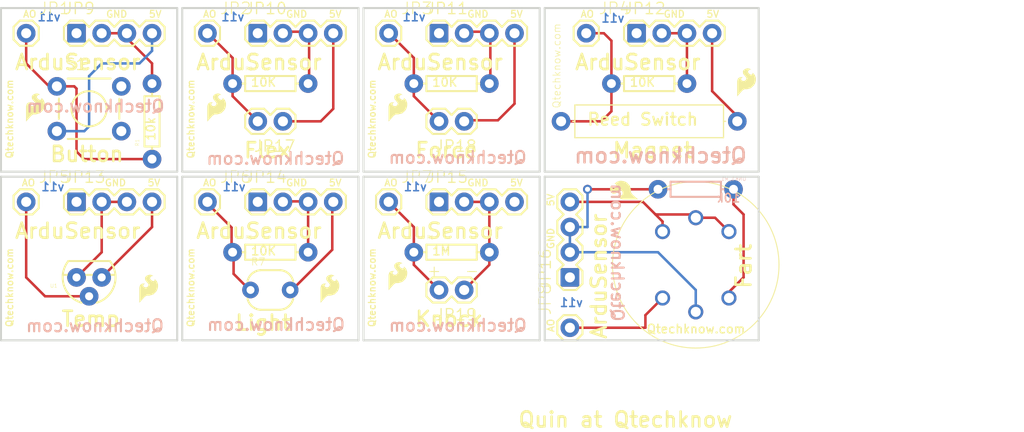
<source format=kicad_pcb>
(kicad_pcb (version 20211014) (generator pcbnew)
  (layers (0 "F.Cu" signal) (1 "In1.Cu" signal) (2 "In2.Cu" signal) (31 "B.Cu" signal) (34 "B.Paste" user) (35 "F.Paste" user) (36 "B.SilkS" user "B.Silkscreen") (37 "F.SilkS" user "F.Silkscreen") (38 "B.Mask" user) (39 "F.Mask" user) (44 "Edge.Cuts" user))
  (net 0 "")
  (net 1 "1_N$1")
  (net 2 "1_N$2")
  (net 3 "1_N$4")
  (net 4 "1_N$3")
  (net 5 "2_1_N$1")
  (net 6 "2_1_N$2")
  (net 7 "2_1_N$3")
  (net 8 "2_2_N$1")
  (net 9 "2_2_N$2")
  (net 10 "2_2_N$3")
  (net 11 "2_3_N$1")
  (net 12 "2_3_N$2")
  (net 13 "2_3_N$3")
  (net 14 "2_4_N$1")
  (net 15 "2_4_N$2")
  (net 16 "2_5_N$2")
  (net 17 "2_5_N$3")
  (net 18 "2_5_N$1")
  (net 19 "2_6_N$1")
  (net 20 "2_6_N$2")
  (net 21 "2_6_N$3")
  (net 22 "2_7_N$1")
  (net 23 "2_7_N$2")
  (net 24 "2_7_N$3")
  (footprint "eagleBoard:AXIAL-0.3" (layer "F.Cu") (at 155.7401 95.8596)
    (fp_text reference "R3" (at -2.54 -1.27) (layer "F.SilkS") (effects (font (size 0.373888 0.373888) (thickness 0.032512)) (justify left bottom)))
    (fp_text value "10K" (at -2.032 0.381) (layer "F.SilkS") (effects (font (size 0.8636 0.8636) (thickness 0.1524)) (justify left bottom)))
    (pad "P$1" thru_hole circle (at -3.81 0) (size 1.8796 1.8796) (drill 0.9) (layers *.Cu *.Mask) (net 11 "2_3_N$1"))
    (pad "P$2" thru_hole circle (at 3.81 0) (size 1.8796 1.8796) (drill 0.9) (layers *.Cu *.Mask) (net 12 "2_3_N$2"))
  )
  (footprint "eagleBoard:1X04" (layer "F.Cu") (at 167.6781 115.4176 90)
    (fp_text reference "JP16" (at -1.3462 -1.8288 90) (layer "F.SilkS") (effects (font (size 1.143 1.143) (thickness 0.127)) (justify left bottom)))
    (fp_text value "")
    (pad "1" thru_hole rect (at 0 0 180) (size 1.8796 1.8796) (drill 1.016) (layers *.Cu *.Mask))
    (pad "2" thru_hole circle (at 2.54 0 180) (size 1.8796 1.8796) (drill 1.016) (layers *.Cu *.Mask) (net 4 "1_N$3"))
    (pad "3" thru_hole circle (at 5.08 0 180) (size 1.8796 1.8796) (drill 1.016) (layers *.Cu *.Mask) (net 4 "1_N$3"))
    (pad "4" thru_hole circle (at 7.62 0 180) (size 1.8796 1.8796) (drill 1.016) (layers *.Cu *.Mask) (net 2 "1_N$2"))
  )
  (footprint "eagleBoard:REED_SWITCH_PLASTIC" (layer "F.Cu") (at 175.6791 99.6696)
    (fp_text reference "S2" hide)
    (fp_text value "SWITCH-MOMENTARY-2PTH_REED2" hide)
    (pad "P$1" thru_hole circle (at -8.89 0) (size 1.8796 1.8796) (drill 1.016) (layers *.Cu *.Mask) (net 19 "2_6_N$1"))
    (pad "P$2" thru_hole circle (at 8.89 0) (size 1.8796 1.8796) (drill 1.016) (layers *.Cu *.Mask) (net 21 "2_6_N$3"))
  )
  (footprint "eagleBoard:SFE-LOGO-FLAME" (layer "F.Cu") (at 142.5321 117.9576)
    (fp_text reference "LOGO7" hide)
    (fp_text value "LOGO-SFESK" hide)
  )
  (footprint "eagleBoard:AXIAL-0.3" (layer "F.Cu") (at 137.4521 112.8776)
    (fp_text reference "R5" (at -2.54 -1.27) (layer "F.SilkS") (effects (font (size 0.373888 0.373888) (thickness 0.032512)) (justify left bottom)))
    (fp_text value "10K" (at -2.032 0.381) (layer "F.SilkS") (effects (font (size 0.8636 0.8636) (thickness 0.1524)) (justify left bottom)))
    (pad "P$1" thru_hole circle (at -3.81 0) (size 1.8796 1.8796) (drill 0.9) (layers *.Cu *.Mask) (net 18 "2_5_N$1"))
    (pad "P$2" thru_hole circle (at 3.81 0) (size 1.8796 1.8796) (drill 0.9) (layers *.Cu *.Mask) (net 16 "2_5_N$2"))
  )
  (footprint "eagleBoard:TACTILE-PTH" (layer "F.Cu") (at 119.1641 98.3996)
    (fp_text reference "S1" (at -2.54 -3.81) (layer "F.SilkS") (effects (font (size 1.143 1.143) (thickness 0.127)) (justify left bottom)))
    (fp_text value "SWITCH-MOMENTARY-2PTH" hide)
    (pad "1" thru_hole circle (at -3.2512 -2.2606) (size 1.8796 1.8796) (drill 1.016) (layers *.Cu *.Mask) (net 5 "2_1_N$1"))
    (pad "2" thru_hole circle (at 3.2512 -2.2606) (size 1.8796 1.8796) (drill 1.016) (layers *.Cu *.Mask))
    (pad "3" thru_hole circle (at -3.2512 2.2606) (size 1.8796 1.8796) (drill 1.016) (layers *.Cu *.Mask) (net 7 "2_1_N$3"))
    (pad "4" thru_hole circle (at 3.2512 2.2606) (size 1.8796 1.8796) (drill 1.016) (layers *.Cu *.Mask))
  )
  (footprint "eagleBoard:SFE-LOGO-FLAME" (layer "F.Cu") (at 149.3901 116.6876)
    (fp_text reference "LOGO4" hide)
    (fp_text value "LOGO-SFESK" hide)
  )
  (footprint "eagleBoard:AXIAL-0.3" (layer "F.Cu") (at 155.7401 112.8776)
    (fp_text reference "R6" (at -2.54 -1.27) (layer "F.SilkS") (effects (font (size 0.373888 0.373888) (thickness 0.032512)) (justify left bottom)))
    (fp_text value "1M" (at -2.032 0.381) (layer "F.SilkS") (effects (font (size 0.8636 0.8636) (thickness 0.1524)) (justify left bottom)))
    (pad "P$1" thru_hole circle (at -3.81 0) (size 1.8796 1.8796) (drill 0.9) (layers *.Cu *.Mask) (net 14 "2_4_N$1"))
    (pad "P$2" thru_hole circle (at 3.81 0) (size 1.8796 1.8796) (drill 0.9) (layers *.Cu *.Mask) (net 15 "2_4_N$2"))
  )
  (footprint "eagleBoard:SFE-LOGO-FLAME" (layer "F.Cu") (at 149.3901 99.6696)
    (fp_text reference "LOGO5" hide)
    (fp_text value "LOGO-SFESK" hide)
  )
  (footprint "eagleBoard:1X04" (layer "F.Cu") (at 154.4701 90.7796)
    (fp_text reference "JP11" (at -1.3462 -1.8288) (layer "F.SilkS") (effects (font (size 1.143 1.143) (thickness 0.127)) (justify left bottom)))
    (fp_text value "")
    (pad "1" thru_hole rect (at 0 0 90) (size 1.8796 1.8796) (drill 1.016) (layers *.Cu *.Mask))
    (pad "2" thru_hole circle (at 2.54 0 90) (size 1.8796 1.8796) (drill 1.016) (layers *.Cu *.Mask) (net 12 "2_3_N$2"))
    (pad "3" thru_hole circle (at 5.08 0 90) (size 1.8796 1.8796) (drill 1.016) (layers *.Cu *.Mask) (net 12 "2_3_N$2"))
    (pad "4" thru_hole circle (at 7.62 0 90) (size 1.8796 1.8796) (drill 1.016) (layers *.Cu *.Mask) (net 13 "2_3_N$3"))
  )
  (footprint "eagleBoard:SFE-LOGO-FLAME" (layer "F.Cu") (at 184.5691 97.1296)
    (fp_text reference "LOGO3" hide)
    (fp_text value "LOGO-SFESK" hide)
  )
  (footprint "eagleBoard:1X01" (layer "F.Cu") (at 131.1021 107.7976)
    (fp_text reference "JP6" (at 1.1938 -1.8288) (layer "F.SilkS") (effects (font (size 1.1684 1.1684) (thickness 0.1016)) (justify left bottom)))
    (fp_text value "M01PTH")
    (pad "1" thru_hole circle (at 0 0 90) (size 1.8796 1.8796) (drill 1.016) (layers *.Cu *.Mask) (net 18 "2_5_N$1"))
  )
  (footprint "eagleBoard:1X02" (layer "F.Cu") (at 138.7221 99.6696 180)
    (fp_text reference "JP17" (at -1.3462 -1.8288 180) (layer "F.SilkS") (effects (font (size 1.143 1.143) (thickness 0.127)) (justify right top)))
    (fp_text value "")
    (pad "1" thru_hole circle (at 0 0 270) (size 1.8796 1.8796) (drill 1.016) (layers *.Cu *.Mask) (net 10 "2_2_N$3"))
    (pad "2" thru_hole circle (at 2.54 0 270) (size 1.8796 1.8796) (drill 1.016) (layers *.Cu *.Mask) (net 8 "2_2_N$1"))
  )
  (footprint "eagleBoard:1X01" (layer "F.Cu") (at 167.6781 120.4976 90)
    (fp_text reference "JP8" (at 1.1938 -1.8288 90) (layer "F.SilkS") (effects (font (size 1.1684 1.1684) (thickness 0.1016)) (justify left bottom)))
    (fp_text value "")
    (pad "1" thru_hole circle (at 0 0 180) (size 1.8796 1.8796) (drill 1.016) (layers *.Cu *.Mask) (net 1 "1_N$1"))
  )
  (footprint "eagleBoard:1X04" (layer "F.Cu") (at 174.4091 90.7796)
    (fp_text reference "JP12" (at -1.3462 -1.8288) (layer "F.SilkS") (effects (font (size 1.143 1.143) (thickness 0.127)) (justify left bottom)))
    (fp_text value "")
    (pad "1" thru_hole rect (at 0 0 90) (size 1.8796 1.8796) (drill 1.016) (layers *.Cu *.Mask))
    (pad "2" thru_hole circle (at 2.54 0 90) (size 1.8796 1.8796) (drill 1.016) (layers *.Cu *.Mask) (net 20 "2_6_N$2"))
    (pad "3" thru_hole circle (at 5.08 0 90) (size 1.8796 1.8796) (drill 1.016) (layers *.Cu *.Mask) (net 20 "2_6_N$2"))
    (pad "4" thru_hole circle (at 7.62 0 90) (size 1.8796 1.8796) (drill 1.016) (layers *.Cu *.Mask) (net 21 "2_6_N$3"))
  )
  (footprint "eagleBoard:PHOTOCELL" (layer "F.Cu") (at 137.4521 116.6876)
    (fp_text reference "R7" (at -2 -2.4) (layer "F.SilkS") (effects (font (size 0.747776 0.747776) (thickness 0.065024)) (justify left bottom)))
    (fp_text value "PHOTOCELLPTH")
    (pad "1" thru_hole circle (at -2 0) (size 1.6764 1.6764) (drill 0.8) (layers *.Cu *.Mask) (net 18 "2_5_N$1"))
    (pad "2" thru_hole circle (at 2 0) (size 1.6764 1.6764) (drill 0.8) (layers *.Cu *.Mask) (net 17 "2_5_N$3"))
  )
  (footprint "eagleBoard:1X04" (layer "F.Cu") (at 136.1821 90.7796)
    (fp_text reference "JP10" (at -1.3462 -1.8288) (layer "F.SilkS") (effects (font (size 1.143 1.143) (thickness 0.127)) (justify left bottom)))
    (fp_text value "")
    (pad "1" thru_hole rect (at 0 0 90) (size 1.8796 1.8796) (drill 1.016) (layers *.Cu *.Mask))
    (pad "2" thru_hole circle (at 2.54 0 90) (size 1.8796 1.8796) (drill 1.016) (layers *.Cu *.Mask) (net 9 "2_2_N$2"))
    (pad "3" thru_hole circle (at 5.08 0 90) (size 1.8796 1.8796) (drill 1.016) (layers *.Cu *.Mask) (net 9 "2_2_N$2"))
    (pad "4" thru_hole circle (at 7.62 0 90) (size 1.8796 1.8796) (drill 1.016) (layers *.Cu *.Mask) (net 10 "2_2_N$3"))
  )
  (footprint "eagleBoard:1X01" (layer "F.Cu") (at 131.1021 90.7796)
    (fp_text reference "JP2" (at 1.1938 -1.8288) (layer "F.SilkS") (effects (font (size 1.1684 1.1684) (thickness 0.1016)) (justify left bottom)))
    (fp_text value "M01PTH")
    (pad "1" thru_hole circle (at 0 0 90) (size 1.8796 1.8796) (drill 1.016) (layers *.Cu *.Mask) (net 8 "2_2_N$1"))
  )
  (footprint "eagleBoard:CREATIVE_COMMONS" (layer "F.Cu") (at 130.5941 130.6576)
    (fp_text reference "FRAME1" hide)
    (fp_text value "FRAME-LETTER" hide)
  )
  (footprint "eagleBoard:1X01" (layer "F.Cu") (at 169.3291 90.7796)
    (fp_text reference "JP4" (at 1.1938 -1.8288) (layer "F.SilkS") (effects (font (size 1.1684 1.1684) (thickness 0.1016)) (justify left bottom)))
    (fp_text value "M01PTH")
    (pad "1" thru_hole circle (at 0 0 90) (size 1.8796 1.8796) (drill 1.016) (layers *.Cu *.Mask) (net 19 "2_6_N$1"))
  )
  (footprint "eagleBoard:1X04" (layer "F.Cu") (at 136.1821 107.7976)
    (fp_text reference "JP14" (at -1.3462 -1.8288) (layer "F.SilkS") (effects (font (size 1.143 1.143) (thickness 0.127)) (justify left bottom)))
    (fp_text value "")
    (pad "1" thru_hole rect (at 0 0 90) (size 1.8796 1.8796) (drill 1.016) (layers *.Cu *.Mask))
    (pad "2" thru_hole circle (at 2.54 0 90) (size 1.8796 1.8796) (drill 1.016) (layers *.Cu *.Mask) (net 16 "2_5_N$2"))
    (pad "3" thru_hole circle (at 5.08 0 90) (size 1.8796 1.8796) (drill 1.016) (layers *.Cu *.Mask) (net 16 "2_5_N$2"))
    (pad "4" thru_hole circle (at 7.62 0 90) (size 1.8796 1.8796) (drill 1.016) (layers *.Cu *.Mask) (net 17 "2_5_N$3"))
  )
  (footprint "eagleBoard:SFE-LOGO-FLAME" (layer "F.Cu") (at 112.8141 99.6696)
    (fp_text reference "LOGO1" hide)
    (fp_text value "LOGO-SFESK" hide)
  )
  (footprint "eagleBoard:1X01" (layer "F.Cu") (at 149.3901 107.7976)
    (fp_text reference "JP7" (at 1.1938 -1.8288) (layer "F.SilkS") (effects (font (size 1.1684 1.1684) (thickness 0.1016)) (justify left bottom)))
    (fp_text value "M01PTH")
    (pad "1" thru_hole circle (at 0 0 90) (size 1.8796 1.8796) (drill 1.016) (layers *.Cu *.Mask) (net 14 "2_4_N$1"))
  )
  (footprint "eagleBoard:SFE-LOGO-FLAME" (layer "F.Cu") (at 131.1021 99.6696)
    (fp_text reference "LOGO6" hide)
    (fp_text value "LOGO-SFESK" hide)
  )
  (footprint "eagleBoard:1X04" (layer "F.Cu") (at 154.4701 107.7976)
    (fp_text reference "JP15" (at -1.3462 -1.8288) (layer "F.SilkS") (effects (font (size 1.143 1.143) (thickness 0.127)) (justify left bottom)))
    (fp_text value "")
    (pad "1" thru_hole rect (at 0 0 90) (size 1.8796 1.8796) (drill 1.016) (layers *.Cu *.Mask))
    (pad "2" thru_hole circle (at 2.54 0 90) (size 1.8796 1.8796) (drill 1.016) (layers *.Cu *.Mask) (net 15 "2_4_N$2"))
    (pad "3" thru_hole circle (at 5.08 0 90) (size 1.8796 1.8796) (drill 1.016) (layers *.Cu *.Mask) (net 15 "2_4_N$2"))
    (pad "4" thru_hole circle (at 7.62 0 90) (size 1.8796 1.8796) (drill 1.016) (layers *.Cu *.Mask))
  )
  (footprint "eagleBoard:1X02" (layer "F.Cu") (at 157.0101 116.6876 180)
    (fp_text reference "JP19" (at -1.3462 -1.8288 180) (layer "F.SilkS") (effects (font (size 1.143 1.143) (thickness 0.127)) (justify right top)))
    (fp_text value "")
    (pad "1" thru_hole circle (at 0 0 270) (size 1.8796 1.8796) (drill 1.016) (layers *.Cu *.Mask) (net 15 "2_4_N$2"))
    (pad "2" thru_hole circle (at 2.54 0 270) (size 1.8796 1.8796) (drill 1.016) (layers *.Cu *.Mask) (net 14 "2_4_N$1"))
  )
  (footprint "eagleBoard:SFE-LOGO-FLAME" (layer "F.Cu") (at 124.2441 117.9576)
    (fp_text reference "LOGO8" hide)
    (fp_text value "LOGO-SFESK" hide)
  )
  (footprint "eagleBoard:AXIAL-0.3" (layer "F.Cu") (at 125.5141 99.6696 90)
    (fp_text reference "R1" (at -2.54 -1.27 90) (layer "F.SilkS") (effects (font (size 0.373888 0.373888) (thickness 0.032512)) (justify left bottom)))
    (fp_text value "10k" (at -2.032 0.381 90) (layer "F.SilkS") (effects (font (size 0.8636 0.8636) (thickness 0.1524)) (justify left bottom)))
    (pad "P$1" thru_hole circle (at -3.81 0 90) (size 1.8796 1.8796) (drill 0.9) (layers *.Cu *.Mask) (net 5 "2_1_N$1"))
    (pad "P$2" thru_hole circle (at 3.81 0 90) (size 1.8796 1.8796) (drill 0.9) (layers *.Cu *.Mask) (net 6 "2_1_N$2"))
  )
  (footprint "eagleBoard:1X01" (layer "F.Cu") (at 112.8141 90.7796)
    (fp_text reference "JP1" (at 1.1938 -1.8288) (layer "F.SilkS") (effects (font (size 1.1684 1.1684) (thickness 0.1016)) (justify left bottom)))
    (fp_text value "M01PTH")
    (pad "1" thru_hole circle (at 0 0 90) (size 1.8796 1.8796) (drill 1.016) (layers *.Cu *.Mask) (net 5 "2_1_N$1"))
  )
  (footprint "eagleBoard:AXIAL-0.3" (layer "F.Cu") (at 175.6791 95.8596)
    (fp_text reference "R4" (at -2.54 -1.27) (layer "F.SilkS") (effects (font (size 0.373888 0.373888) (thickness 0.032512)) (justify left bottom)))
    (fp_text value "10K" (at -2.032 0.381) (layer "F.SilkS") (effects (font (size 0.8636 0.8636) (thickness 0.1524)) (justify left bottom)))
    (pad "P$1" thru_hole circle (at -3.81 0) (size 1.8796 1.8796) (drill 0.9) (layers *.Cu *.Mask) (net 19 "2_6_N$1"))
    (pad "P$2" thru_hole circle (at 3.81 0) (size 1.8796 1.8796) (drill 0.9) (layers *.Cu *.Mask) (net 20 "2_6_N$2"))
  )
  (footprint "eagleBoard:SFE-LOGO-FLAME" (layer "F.Cu") (at 174.5361 107.5436 90)
    (fp_text reference "LOGO2" hide)
    (fp_text value "LOGO-SFESK" hide)
  )
  (footprint "eagleBoard:MQ-3" (layer "F.Cu") (at 180.3781 114.1476 90)
    (fp_text reference "U2" hide)
    (fp_text value "METHANE_SENSOR" hide)
    (pad "" np_thru_hole circle (at 0 0 90) (size 3 3) (drill 3) (layers *.Cu *.Mask))
    (pad "A1" thru_hole circle (at -3.35 -3.35 90) (size 1.524 1.524) (drill 1.016) (layers *.Cu *.Mask) (net 1 "1_N$1"))
    (pad "A2" thru_hole circle (at -3.35 3.35 90) (size 1.524 1.524) (drill 1.016) (layers *.Cu *.Mask) (net 3 "1_N$4"))
    (pad "B1" thru_hole circle (at 3.35 -3.35 90) (size 1.524 1.524) (drill 1.016) (layers *.Cu *.Mask) (net 2 "1_N$2"))
    (pad "B2" thru_hole circle (at 3.35 3.35 90) (size 1.524 1.524) (drill 1.016) (layers *.Cu *.Mask) (net 2 "1_N$2"))
    (pad "HA" thru_hole circle (at -4.75 0 90) (size 1.524 1.524) (drill 1.016) (layers *.Cu *.Mask) (net 4 "1_N$3"))
    (pad "HB" thru_hole circle (at 4.75 0 90) (size 1.524 1.524) (drill 1.016) (layers *.Cu *.Mask) (net 2 "1_N$2"))
  )
  (footprint "eagleBoard:1X02" (layer "F.Cu") (at 157.0101 99.6696 180)
    (fp_text reference "JP18" (at -1.3462 -1.8288 180) (layer "F.SilkS") (effects (font (size 1.143 1.143) (thickness 0.127)) (justify right top)))
    (fp_text value "")
    (pad "1" thru_hole circle (at 0 0 270) (size 1.8796 1.8796) (drill 1.016) (layers *.Cu *.Mask) (net 13 "2_3_N$3"))
    (pad "2" thru_hole circle (at 2.54 0 270) (size 1.8796 1.8796) (drill 1.016) (layers *.Cu *.Mask) (net 11 "2_3_N$1"))
  )
  (footprint "eagleBoard:1X04" (layer "F.Cu") (at 117.8941 107.7976)
    (fp_text reference "JP13" (at -1.3462 -1.8288) (layer "F.SilkS") (effects (font (size 1.143 1.143) (thickness 0.127)) (justify left bottom)))
    (fp_text value "")
    (pad "1" thru_hole rect (at 0 0 90) (size 1.8796 1.8796) (drill 1.016) (layers *.Cu *.Mask))
    (pad "2" thru_hole circle (at 2.54 0 90) (size 1.8796 1.8796) (drill 1.016) (layers *.Cu *.Mask) (net 23 "2_7_N$2"))
    (pad "3" thru_hole circle (at 5.08 0 90) (size 1.8796 1.8796) (drill 1.016) (layers *.Cu *.Mask) (net 23 "2_7_N$2"))
    (pad "4" thru_hole circle (at 7.62 0 90) (size 1.8796 1.8796) (drill 1.016) (layers *.Cu *.Mask) (net 24 "2_7_N$3"))
  )
  (footprint "eagleBoard:1X01" (layer "F.Cu") (at 112.8141 107.7976)
    (fp_text reference "JP5" (at 1.1938 -1.8288) (layer "F.SilkS") (effects (font (size 1.1684 1.1684) (thickness 0.1016)) (justify left bottom)))
    (fp_text value "M01PTH")
    (pad "1" thru_hole circle (at 0 0 90) (size 1.8796 1.8796) (drill 1.016) (layers *.Cu *.Mask) (net 22 "2_7_N$1"))
  )
  (footprint "eagleBoard:AXIAL-0.3" (layer "F.Cu") (at 137.4521 95.8596)
    (fp_text reference "R2" (at -2.54 -1.27) (layer "F.SilkS") (effects (font (size 0.373888 0.373888) (thickness 0.032512)) (justify left bottom)))
    (fp_text value "10K" (at -2.032 0.381) (layer "F.SilkS") (effects (font (size 0.8636 0.8636) (thickness 0.1524)) (justify left bottom)))
    (pad "P$1" thru_hole circle (at -3.81 0) (size 1.8796 1.8796) (drill 0.9) (layers *.Cu *.Mask) (net 8 "2_2_N$1"))
    (pad "P$2" thru_hole circle (at 3.81 0) (size 1.8796 1.8796) (drill 0.9) (layers *.Cu *.Mask) (net 9 "2_2_N$2"))
  )
  (footprint "eagleBoard:1X01" (layer "F.Cu") (at 149.3901 90.7796)
    (fp_text reference "JP3" (at 1.1938 -1.8288) (layer "F.SilkS") (effects (font (size 1.1684 1.1684) (thickness 0.1016)) (justify left bottom)))
    (fp_text value "M01PTH")
    (pad "1" thru_hole circle (at 0 0 90) (size 1.8796 1.8796) (drill 1.016) (layers *.Cu *.Mask) (net 11 "2_3_N$1"))
  )
  (footprint "eagleBoard:1X04" (layer "F.Cu") (at 117.8941 90.7796)
    (fp_text reference "JP9" (at -1.3462 -1.8288) (layer "F.SilkS") (effects (font (size 1.143 1.143) (thickness 0.127)) (justify left bottom)))
    (fp_text value "")
    (pad "1" thru_hole rect (at 0 0 90) (size 1.8796 1.8796) (drill 1.016) (layers *.Cu *.Mask))
    (pad "2" thru_hole circle (at 2.54 0 90) (size 1.8796 1.8796) (drill 1.016) (layers *.Cu *.Mask) (net 6 "2_1_N$2"))
    (pad "3" thru_hole circle (at 5.08 0 90) (size 1.8796 1.8796) (drill 1.016) (layers *.Cu *.Mask) (net 6 "2_1_N$2"))
    (pad "4" thru_hole circle (at 7.62 0 90) (size 1.8796 1.8796) (drill 1.016) (layers *.Cu *.Mask) (net 7 "2_1_N$3"))
  )
  (footprint "eagleBoard:TO-92" (layer "F.Cu") (at 119.1641 115.4176 180)
    (fp_text reference "U1" (at 3.175 -0.635 180) (layer "F.SilkS") (effects (font (size 0.36576 0.36576) (thickness 0.04064)) (justify right top)))
    (fp_text value "")
    (pad "1" thru_hole circle (at -1.27 0 180) (size 1.8796 1.8796) (drill 0.8128) (layers *.Cu *.Mask) (net 24 "2_7_N$3"))
    (pad "2" thru_hole circle (at 0 -1.905 180) (size 1.8796 1.8796) (drill 0.8128) (layers *.Cu *.Mask) (net 22 "2_7_N$1"))
    (pad "3" thru_hole circle (at 1.27 0 180) (size 1.8796 1.8796) (drill 0.8128) (layers *.Cu *.Mask) (net 23 "2_7_N$2"))
  )
  (footprint "eagleBoard:AXIAL-0.3" (layer "B.Cu") (at 180.3781 106.5276 180)
    (fp_text reference "UNK1_R1" (at -2.54 1.27) (layer "B.SilkS") (effects (font (size 0.373888 0.373888) (thickness 0.032512)) (justify right top mirror)))
    (fp_text value "10k" (at -2.032 -0.381) (layer "B.SilkS") (effects (font (size 0.8636 0.8636) (thickness 0.1524)) (justify right top mirror)))
    (pad "P$1" thru_hole circle (at -3.81 0 180) (size 1.8796 1.8796) (drill 0.9) (layers *.Cu *.Mask) (net 3 "1_N$4"))
    (pad "P$2" thru_hole circle (at 3.81 0 180) (size 1.8796 1.8796) (drill 0.9) (layers *.Cu *.Mask) (net 4 "1_N$3"))
  )
  (gr_line (start 165.1381 121.7676) (end 165.1381 105.2576) (layer "Edge.Cuts") (width 0.2032))
  (gr_line (start 186.7281 104.7496) (end 186.7281 88.2396) (layer "Edge.Cuts") (width 0.2032))
  (gr_line (start 146.3421 88.2396) (end 146.3421 104.7496) (layer "Edge.Cuts") (width 0.2032))
  (gr_line (start 165.1381 88.2396) (end 165.1381 104.7496) (layer "Edge.Cuts") (width 0.2032))
  (gr_line (start 128.5621 88.2396) (end 128.5621 104.7496) (layer "Edge.Cuts") (width 0.2032))
  (gr_line (start 110.2741 88.2396) (end 110.2741 104.7496) (layer "Edge.Cuts") (width 0.2032))
  (gr_line (start 164.6301 88.2396) (end 146.8501 88.2396) (layer "Edge.Cuts") (width 0.2032))
  (gr_line (start 165.1381 104.7496) (end 186.7281 104.7496) (layer "Edge.Cuts") (width 0.2032))
  (gr_line (start 146.8501 121.7676) (end 164.6301 121.7676) (layer "Edge.Cuts") (width 0.2032))
  (gr_line (start 146.8501 121.7676) (end 146.8501 105.2576) (layer "Edge.Cuts") (width 0.2032))
  (gr_line (start 186.7281 105.2576) (end 186.7281 121.7676) (layer "Edge.Cuts") (width 0.2032))
  (gr_line (start 186.7281 88.2396) (end 165.1381 88.2396) (layer "Edge.Cuts") (width 0.2032))
  (gr_line (start 128.5621 121.7676) (end 128.5621 105.2576) (layer "Edge.Cuts") (width 0.2032))
  (gr_line (start 146.3421 105.2576) (end 146.3421 121.7676) (layer "Edge.Cuts") (width 0.2032))
  (gr_line (start 128.0541 88.2396) (end 110.2741 88.2396) (layer "Edge.Cuts") (width 0.2032))
  (gr_line (start 165.1381 105.2576) (end 186.7281 105.2576) (layer "Edge.Cuts") (width 0.2032))
  (gr_line (start 128.0541 105.2576) (end 128.0541 121.7676) (layer "Edge.Cuts") (width 0.2032))
  (gr_line (start 186.7281 121.7676) (end 165.1381 121.7676) (layer "Edge.Cuts") (width 0.2032))
  (gr_line (start 128.0541 88.2396) (end 128.0541 104.7496) (layer "Edge.Cuts") (width 0.2032))
  (gr_line (start 146.8501 104.7496) (end 164.6301 104.7496) (layer "Edge.Cuts") (width 0.2032))
  (gr_line (start 128.5621 105.2576) (end 146.3421 105.2576) (layer "Edge.Cuts") (width 0.2032))
  (gr_line (start 164.6301 105.2576) (end 164.6301 121.7676) (layer "Edge.Cuts") (width 0.2032))
  (gr_line (start 128.0541 104.7496) (end 110.2741 104.7496) (layer "Edge.Cuts") (width 0.2032))
  (gr_line (start 146.8501 104.7496) (end 146.8501 88.2396) (layer "Edge.Cuts") (width 0.2032))
  (gr_line (start 110.2741 105.2576) (end 110.2741 121.7676) (layer "Edge.Cuts") (width 0.2032))
  (gr_line (start 146.8501 105.2576) (end 164.6301 105.2576) (layer "Edge.Cuts") (width 0.2032))
  (gr_line (start 146.3421 104.7496) (end 128.5621 104.7496) (layer "Edge.Cuts") (width 0.2032))
  (gr_line (start 110.2741 121.7676) (end 128.0541 121.7676) (layer "Edge.Cuts") (width 0.2032))
  (gr_line (start 128.5621 121.7676) (end 146.3421 121.7676) (layer "Edge.Cuts") (width 0.2032))
  (gr_line (start 110.2741 105.2576) (end 128.0541 105.2576) (layer "Edge.Cuts") (width 0.2032))
  (gr_line (start 164.6301 88.2396) (end 164.6301 104.7496) (layer "Edge.Cuts") (width 0.2032))
  (gr_line (start 146.3421 88.2396) (end 128.5621 88.2396) (layer "Edge.Cuts") (width 0.2032))
  (gr_text "v11" (at 116.7511 106.7816) (layer "B.Cu") (effects (font (size 0.8636 0.8636) (thickness 0.1524)) (justify left bottom mirror)))
  (gr_text "v11" (at 169.0751 118.4656) (layer "B.Cu") (effects (font (size 0.8636 0.8636) (thickness 0.1524)) (justify left bottom mirror)))
  (gr_text "v11" (at 134.9121 89.6366) (layer "B.Cu") (effects (font (size 0.8636 0.8636) (thickness 0.1524)) (justify left bottom mirror)))
  (gr_text "v11" (at 173.2661 89.7636) (layer "B.Cu") (effects (font (size 0.8636 0.8636) (thickness 0.1524)) (justify left bottom mirror)))
  (gr_text "v11" (at 135.0391 106.7816) (layer "B.Cu") (effects (font (size 0.8636 0.8636) (thickness 0.1524)) (justify left bottom mirror)))
  (gr_text "v11" (at 116.3701 89.6366) (layer "B.Cu") (effects (font (size 0.8636 0.8636) (thickness 0.1524)) (justify left bottom mirror)))
  (gr_text "v11" (at 153.2001 89.6366) (layer "B.Cu") (effects (font (size 0.8636 0.8636) (thickness 0.1524)) (justify left bottom mirror)))
  (gr_text "v11" (at 153.3271 106.7816) (layer "B.Cu") (effects (font (size 0.8636 0.8636) (thickness 0.1524)) (justify left bottom mirror)))
  (gr_text "Qtechknow.com" (at 185.666162 104.006291) (layer "B.SilkS") (effects (font (size 1.5113 1.5113) (thickness 0.2667)) (justify left bottom mirror)))
  (gr_text "Qtechknow.com" (at 145.043981 104.127713) (layer "B.SilkS") (effects (font (size 1.20904 1.20904) (thickness 0.21336)) (justify left bottom mirror)))
  (gr_text "Qtechknow.com" (at 126.888131 98.853447) (layer "B.SilkS") (effects (font (size 1.20904 1.20904) (thickness 0.21336)) (justify left bottom mirror)))
  (gr_text "Qtechknow.com" (at 163.443328 120.966791) (layer "B.SilkS") (effects (font (size 1.20904 1.20904) (thickness 0.21336)) (justify left bottom mirror)))
  (gr_text "Qtechknow.com" (at 163.427675 104.023869) (layer "B.SilkS") (effects (font (size 1.20904 1.20904) (thickness 0.21336)) (justify left bottom mirror)))
  (gr_text "Qtechknow.com" (at 173.161306 105.826622 -90) (layer "B.SilkS") (effects (font (size 1.20904 1.20904) (thickness 0.21336)) (justify right top mirror)))
  (gr_text "Qtechknow.com" (at 145.096743 120.884444) (layer "B.SilkS") (effects (font (size 1.20904 1.20904) (thickness 0.21336)) (justify left bottom mirror)))
  (gr_text "Qtechknow.com" (at 126.828515 121.010563) (layer "B.SilkS") (effects (font (size 1.20904 1.20904) (thickness 0.21336)) (justify left bottom mirror)))
  (gr_text "Magnet" (at 171.8691 103.4796) (layer "F.SilkS") (effects (font (size 1.5113 1.5113) (thickness 0.2667)) (justify left bottom)))
  (gr_text "ArduSensor" (at 111.5441 94.5896) (layer "F.SilkS") (effects (font (size 1.5113 1.5113) (thickness 0.2667)) (justify left bottom)))
  (gr_text "GND" (at 120.6881 106.2736) (layer "F.SilkS") (effects (font (size 0.69088 0.69088) (thickness 0.12192)) (justify left bottom)))
  (gr_text "Button" (at 115.1001 103.8606) (layer "F.SilkS") (effects (font (size 1.5113 1.5113) (thickness 0.2667)) (justify left bottom)))
  (gr_text "ArduSensor" (at 111.5441 111.6076) (layer "F.SilkS") (effects (font (size 1.5113 1.5113) (thickness 0.2667)) (justify left bottom)))
  (gr_text "GND" (at 120.8151 89.2556) (layer "F.SilkS") (effects (font (size 0.69088 0.69088) (thickness 0.12192)) (justify left bottom)))
  (gr_text "Qtechknow.com" (at 148.1201 120.4976 90) (layer "F.SilkS") (effects (font (size 0.69088 0.69088) (thickness 0.12192)) (justify left bottom)))
  (gr_text "5V" (at 161.5821 89.2556) (layer "F.SilkS") (effects (font (size 0.69088 0.69088) (thickness 0.12192)) (justify left bottom)))
  (gr_text "5V" (at 143.2941 89.2556) (layer "F.SilkS") (effects (font (size 0.69088 0.69088) (thickness 0.12192)) (justify left bottom)))
  (gr_text "GND" (at 157.2641 106.2736) (layer "F.SilkS") (effects (font (size 0.69088 0.69088) (thickness 0.12192)) (justify left bottom)))
  (gr_text "ArduSensor" (at 129.8321 94.5896) (layer "F.SilkS") (effects (font (size 1.5113 1.5113) (thickness 0.2667)) (justify left bottom)))
  (gr_text "ArduSensor" (at 148.1201 111.6076) (layer "F.SilkS") (effects (font (size 1.5113 1.5113) (thickness 0.2667)) (justify left bottom)))
  (gr_text "5V" (at 125.0061 106.2736) (layer "F.SilkS") (effects (font (size 0.69088 0.69088) (thickness 0.12192)) (justify left bottom)))
  (gr_text "ArduSensor" (at 148.1201 94.5896) (layer "F.SilkS") (effects (font (size 1.5113 1.5113) (thickness 0.2667)) (justify left bottom)))
  (gr_text "AO" (at 168.6941 89.2556) (layer "F.SilkS") (effects (font (size 0.69088 0.69088) (thickness 0.12192)) (justify left bottom)))
  (gr_text "+" (at 153.2001 115.4176) (layer "F.SilkS") (effects (font (size 1.1684 1.1684) (thickness 0.1016)) (justify left bottom)))
  (gr_text "ArduSensor" (at 168.0591 94.5896) (layer "F.SilkS") (effects (font (size 1.5113 1.5113) (thickness 0.2667)) (justify left bottom)))
  (gr_text "Qtechknow.com" (at 111.5441 103.4796 90) (layer "F.SilkS") (effects (font (size 0.69088 0.69088) (thickness 0.12192)) (justify left bottom)))
  (gr_text "AO" (at 112.3061 106.2736) (layer "F.SilkS") (effects (font (size 0.69088 0.69088) (thickness 0.12192)) (justify left bottom)))
  (gr_text "Qtechknow.com" (at 111.5441 120.4976 90) (layer "F.SilkS") (effects (font (size 0.69088 0.69088) (thickness 0.12192)) (justify left bottom)))
  (gr_text "Reed Switch" (at 169.3291 100.1776) (layer "F.SilkS") (effects (font (size 1.20904 1.20904) (thickness 0.21336)) (justify left bottom)))
  (gr_text "5V" (at 161.5821 106.2736) (layer "F.SilkS") (effects (font (size 0.69088 0.69088) (thickness 0.12192)) (justify left bottom)))
  (gr_text "Qtechknow.com" (at 129.8321 103.4796 90) (layer "F.SilkS") (effects (font (size 0.69088 0.69088) (thickness 0.12192)) (justify left bottom)))
  (gr_text "GND" (at 138.9761 106.2736) (layer "F.SilkS") (effects (font (size 0.69088 0.69088) (thickness 0.12192)) (justify left bottom)))
  (gr_text "Fart" (at 186.0931 116.6876 90) (layer "F.SilkS") (effects (font (size 1.5113 1.5113) (thickness 0.2667)) (justify left bottom)))
  (gr_text "GND" (at 138.9761 89.2556) (layer "F.SilkS") (effects (font (size 0.69088 0.69088) (thickness 0.12192)) (justify left bottom)))
  (gr_text "AO" (at 148.8821 89.2556) (layer "F.SilkS") (effects (font (size 0.69088 0.69088) (thickness 0.12192)) (justify left bottom)))
  (gr_text "AO" (at 148.8821 106.2736) (layer "F.SilkS") (effects (font (size 0.69088 0.69088) (thickness 0.12192)) (justify left bottom)))
  (gr_text "AO" (at 112.4331 89.2556) (layer "F.SilkS") (effects (font (size 0.69088 0.69088) (thickness 0.12192)) (justify left bottom)))
  (gr_text "GND" (at 177.0761 89.2556) (layer "F.SilkS") (effects (font (size 0.69088 0.69088) (thickness 0.12192)) (justify left bottom)))
  (gr_text "ArduSensor" (at 171.4881 121.7676 90) (layer "F.SilkS") (effects (font (size 1.5113 1.5113) (thickness 0.2667)) (justify left bottom)))
  (gr_text "5V" (at 125.1331 89.2556) (layer "F.SilkS") (effects (font (size 0.69088 0.69088) (thickness 0.12192)) (justify left bottom)))
  (gr_text "5V" (at 143.2941 106.2736) (layer "F.SilkS") (effects (font (size 0.69088 0.69088) (thickness 0.12192)) (justify left bottom)))
  (gr_text "Quin at Qtechknow" (at 162.3441 130.6576) (layer "F.SilkS") (effects (font (size 1.5113 1.5113) (thickness 0.2667)) (justify left bottom)))
  (gr_text "Light" (at 133.7691 120.8786) (layer "F.SilkS") (effects (font (size 1.5113 1.5113) (thickness 0.2667)) (justify left bottom)))
  (gr_text "ArduSensor" (at 129.8321 111.6076) (layer "F.SilkS") (effects (font (size 1.5113 1.5113) (thickness 0.2667)) (justify left bottom)))
  (gr_text "Qtechknow.com" (at 185.4581 120.1166) (layer "F.SilkS") (effects (font (size 0.8636 0.8636) (thickness 0.1524)) (justify right top)))
  (gr_text "Qtechknow.com" (at 166.7891 98.3996 90) (layer "F.SilkS") (effects (font (size 0.747776 0.747776) (thickness 0.065024)) (justify left bottom)))
  (gr_text "Qtechknow.com" (at 148.1201 103.4796 90) (layer "F.SilkS") (effects (font (size 0.69088 0.69088) (thickness 0.12192)) (justify left bottom)))
  (gr_text "GND" (at 166.1541 112.6236 90) (layer "F.SilkS") (effects (font (size 0.69088 0.69088) (thickness 0.12192)) (justify left bottom)))
  (gr_text "Force" (at 151.9301 103.4796) (layer "F.SilkS") (effects (font (size 1.5113 1.5113) (thickness 0.2667)) (justify left bottom)))
  (gr_text "5V" (at 181.3941 89.2556) (layer "F.SilkS") (effects (font (size 0.69088 0.69088) (thickness 0.12192)) (justify left bottom)))
  (gr_text "Qtechknow.com" (at 129.8321 120.4976 90) (layer "F.SilkS") (effects (font (size 0.69088 0.69088) (thickness 0.12192)) (justify left bottom)))
  (gr_text "AO" (at 130.5941 106.2736) (layer "F.SilkS") (effects (font (size 0.69088 0.69088) (thickness 0.12192)) (justify left bottom)))
  (gr_text "AO" (at 166.1541 121.0056 90) (layer "F.SilkS") (effects (font (size 0.69088 0.69088) (thickness 0.12192)) (justify left bottom)))
  (gr_text "AO" (at 130.5941 89.2556) (layer "F.SilkS") (effects (font (size 0.69088 0.69088) (thickness 0.12192)) (justify left bottom)))
  (gr_text "5V" (at 166.1541 108.3056 90) (layer "F.SilkS") (effects (font (size 0.69088 0.69088) (thickness 0.12192)) (justify left bottom)))
  (gr_text "-" (at 157.0101 115.4176) (layer "F.SilkS") (effects (font (size 1.1684 1.1684) (thickness 0.1016)) (justify left bottom)))
  (gr_text "GND" (at 157.2641 89.2556) (layer "F.SilkS") (effects (font (size 0.69088 0.69088) (thickness 0.12192)) (justify left bottom)))
  (gr_text "Flex" (at 134.6581 103.4796) (layer "F.SilkS") (effects (font (size 1.5113 1.5113) (thickness 0.2667)) (justify left bottom)))
  (gr_text "Knock" (at 151.9301 120.4976) (layer "F.SilkS") (effects (font (size 1.5113 1.5113) (thickness 0.2667)) (justify left bottom)))
  (gr_text "Temp" (at 116.2431 120.4976) (layer "F.SilkS") (effects (font (size 1.5113 1.5113) (thickness 0.2667)) (justify left bottom)))
  (segment (start 175.2981 120.4976) (end 167.6781 120.4976) (width 0.254) (layer "F.Cu") (net 1))
  (segment (start 175.2981 120.4976) (end 175.2981 119.2276) (width 0.254) (layer "F.Cu") (net 1))
  (segment (start 175.2981 119.2276) (end 176.5681 117.9576) (width 0.254) (layer "F.Cu") (net 1))
  (segment (start 176.5681 117.9576) (end 177.0281 117.4976) (width 0.2032) (layer "F.Cu") (net 1))
  (segment (start 177.0281 110.7976) (end 177.0281 109.7816) (width 0.254) (layer "F.Cu") (net 2))
  (segment (start 167.6781 107.7976) (end 175.0441 107.7976) (width 0.254) (layer "F.Cu") (net 2))
  (segment (start 180.0481 109.0676) (end 180.3781 109.3976) (width 0.254) (layer "F.Cu") (net 2))
  (segment (start 177.0281 109.7816) (end 176.3141 109.0676) (width 0.254) (layer "F.Cu") (net 2))
  (segment (start 175.0441 107.7976) (end 176.3141 109.0676) (width 0.254) (layer "F.Cu") (net 2))
  (segment (start 180.3781 109.3976) (end 182.3281 109.3976) (width 0.254) (layer "F.Cu") (net 2))
  (segment (start 176.3141 109.0676) (end 180.0481 109.0676) (width 0.254) (layer "F.Cu") (net 2))
  (segment (start 182.3281 109.3976) (end 183.7281 110.7976) (width 0.254) (layer "F.Cu") (net 2))
  (segment (start 184.1881 108.0516) (end 185.2041 109.0676) (width 0.254) (layer "F.Cu") (net 3))
  (segment (start 184.1881 106.5276) (end 184.1881 108.0516) (width 0.254) (layer "F.Cu") (net 3))
  (segment (start 183.7281 116.8936) (end 185.2041 115.4176) (width 0.254) (layer "F.Cu") (net 3))
  (segment (start 185.2041 109.0676) (end 185.2041 115.4176) (width 0.254) (layer "F.Cu") (net 3))
  (segment (start 183.7281 117.4976) (end 183.7281 116.8936) (width 0.254) (layer "F.Cu") (net 3))
  (segment (start 176.5681 106.5276) (end 169.4561 106.5276) (width 0.254) (layer "F.Cu") (net 4))
  (via (at 169.4561 106.5276) (size 0.9144) (drill 0.508) (layers "F.Cu" "B.Cu") (net 4))
  (segment (start 180.3781 116.6876) (end 176.5681 112.8776) (width 0.254) (layer "B.Cu") (net 4))
  (segment (start 167.6781 110.3376) (end 167.6781 112.8776) (width 0.254) (layer "B.Cu") (net 4))
  (segment (start 169.4561 106.5276) (end 169.4561 110.3376) (width 0.254) (layer "B.Cu") (net 4))
  (segment (start 176.5681 112.8776) (end 167.6781 112.8776) (width 0.254) (layer "B.Cu") (net 4))
  (segment (start 169.4561 110.3376) (end 167.6781 110.3376) (width 0.254) (layer "B.Cu") (net 4))
  (segment (start 180.3781 118.8976) (end 180.3781 116.6876) (width 0.254) (layer "B.Cu") (net 4))
  (segment (start 125.5141 103.4796) (end 118.6561 103.4796) (width 0.254) (layer "F.Cu") (net 5))
  (segment (start 117.6655 96.139) (end 117.8941 96.3676) (width 0.254) (layer "F.Cu") (net 5))
  (segment (start 118.6561 103.4796) (end 117.8941 102.7176) (width 0.254) (layer "F.Cu") (net 5))
  (segment (start 117.8941 96.3676) (end 117.8941 102.7176) (width 0.254) (layer "F.Cu") (net 5))
  (segment (start 115.9129 96.139) (end 117.6655 96.139) (width 0.254) (layer "F.Cu") (net 5))
  (segment (start 112.8141 93.8276) (end 115.1255 96.139) (width 0.254) (layer "F.Cu") (net 5))
  (segment (start 115.9129 96.139) (end 115.1255 96.139) (width 0.254) (layer "F.Cu") (net 5))
  (segment (start 112.8141 90.7796) (end 112.8141 93.8276) (width 0.254) (layer "F.Cu") (net 5))
  (segment (start 125.5141 95.8596) (end 125.5141 93.8276) (width 0.254) (layer "F.Cu") (net 6))
  (segment (start 122.9741 91.2876) (end 125.5141 93.8276) (width 0.254) (layer "F.Cu") (net 6))
  (segment (start 122.9741 90.7796) (end 122.9741 91.2876) (width 0.254) (layer "F.Cu") (net 6))
  (segment (start 122.9741 90.7796) (end 120.4341 90.7796) (width 0.254) (layer "F.Cu") (net 6))
  (segment (start 120.4341 93.8276) (end 119.1641 95.0976) (width 0.254) (layer "B.Cu") (net 7))
  (segment (start 119.1641 95.0976) (end 119.1641 100.1776) (width 0.254) (layer "B.Cu") (net 7))
  (segment (start 118.6815 100.6602) (end 119.1641 100.1776) (width 0.254) (layer "B.Cu") (net 7))
  (segment (start 125.5141 92.5576) (end 124.2441 93.8276) (width 0.254) (layer "B.Cu") (net 7))
  (segment (start 115.9129 100.6602) (end 118.6815 100.6602) (width 0.254) (layer "B.Cu") (net 7))
  (segment (start 124.2441 93.8276) (end 120.4341 93.8276) (width 0.254) (layer "B.Cu") (net 7))
  (segment (start 125.5141 90.7796) (end 125.5141 92.5576) (width 0.254) (layer "B.Cu") (net 7))
  (segment (start 131.2037 90.8304) (end 131.1021 90.7796) (width 0.254) (layer "F.Cu") (net 8))
  (segment (start 133.6421 93.2688) (end 131.2037 90.8304) (width 0.254) (layer "F.Cu") (net 8))
  (segment (start 133.6421 95.8596) (end 133.6421 97.1296) (width 0.254) (layer "F.Cu") (net 8))
  (segment (start 133.6421 95.8596) (end 133.6421 93.2688) (width 0.254) (layer "F.Cu") (net 8))
  (segment (start 133.6421 97.1296) (end 136.1821 99.6696) (width 0.254) (layer "F.Cu") (net 8))
  (segment (start 141.3637 95.7072) (end 141.2621 95.8596) (width 0.254) (layer "F.Cu") (net 9))
  (segment (start 141.3637 90.8304) (end 141.2621 90.7796) (width 0.254) (layer "F.Cu") (net 9))
  (segment (start 138.7221 90.6272) (end 138.7221 90.7796) (width 0.254) (layer "F.Cu") (net 9))
  (segment (start 141.1605 90.6272) (end 141.2621 90.7796) (width 0.254) (layer "F.Cu") (net 9))
  (segment (start 141.1605 90.6272) (end 138.7221 90.6272) (width 0.254) (layer "F.Cu") (net 9))
  (segment (start 141.3637 90.8304) (end 141.3637 95.7072) (width 0.254) (layer "F.Cu") (net 9))
  (segment (start 143.8021 90.7796) (end 143.8021 98.3996) (width 0.254) (layer "F.Cu") (net 10))
  (segment (start 142.5321 99.6696) (end 143.8021 98.3996) (width 0.254) (layer "F.Cu") (net 10))
  (segment (start 138.7221 99.6696) (end 142.5321 99.6696) (width 0.254) (layer "F.Cu") (net 10))
  (segment (start 151.9301 93.2688) (end 149.4917 90.8304) (width 0.254) (layer "F.Cu") (net 11))
  (segment (start 151.9301 95.8596) (end 151.9301 93.2688) (width 0.254) (layer "F.Cu") (net 11))
  (segment (start 151.9301 97.1296) (end 154.4701 99.6696) (width 0.254) (layer "F.Cu") (net 11))
  (segment (start 151.9301 95.8596) (end 151.9301 97.1296) (width 0.254) (layer "F.Cu") (net 11))
  (segment (start 149.4917 90.8304) (end 149.3901 90.7796) (width 0.254) (layer "F.Cu") (net 11))
  (segment (start 159.4485 90.6272) (end 157.0101 90.6272) (width 0.254) (layer "F.Cu") (net 12))
  (segment (start 159.4485 90.6272) (end 159.5501 90.7796) (width 0.254) (layer "F.Cu") (net 12))
  (segment (start 159.6517 90.8304) (end 159.6517 95.7072) (width 0.254) (layer "F.Cu") (net 12))
  (segment (start 159.6517 90.8304) (end 159.5501 90.7796) (width 0.254) (layer "F.Cu") (net 12))
  (segment (start 159.6517 95.7072) (end 159.5501 95.8596) (width 0.254) (layer "F.Cu") (net 12))
  (segment (start 157.0101 90.6272) (end 157.0101 90.7796) (width 0.254) (layer "F.Cu") (net 12))
  (segment (start 157.0101 99.568) (end 157.0101 99.6696) (width 0.254) (layer "F.Cu") (net 13))
  (segment (start 162.0901 90.7796) (end 162.0901 97.8916) (width 0.254) (layer "F.Cu") (net 13))
  (segment (start 157.0101 99.568) (end 160.4137 99.568) (width 0.254) (layer "F.Cu") (net 13))
  (segment (start 162.0901 97.8916) (end 160.4137 99.568) (width 0.254) (layer "F.Cu") (net 13))
  (segment (start 151.9301 114.1476) (end 154.4701 116.6876) (width 0.254) (layer "F.Cu") (net 14))
  (segment (start 151.9301 112.8776) (end 151.9301 114.1476) (width 0.254) (layer "F.Cu") (net 14))
  (segment (start 151.9301 112.8776) (end 151.9301 110.3376) (width 0.254) (layer "F.Cu") (net 14))
  (segment (start 151.9301 110.3376) (end 149.3901 107.7976) (width 0.254) (layer "F.Cu") (net 14))
  (segment (start 159.5501 112.8776) (end 159.5501 114.1476) (width 0.254) (layer "F.Cu") (net 15))
  (segment (start 159.5501 114.1476) (end 157.0101 116.6876) (width 0.254) (layer "F.Cu") (net 15))
  (segment (start 159.5501 107.7976) (end 157.0101 107.7976) (width 0.254) (layer "F.Cu") (net 15))
  (segment (start 159.5501 112.8776) (end 159.5501 107.7976) (width 0.254) (layer "F.Cu") (net 15))
  (segment (start 141.2621 107.7468) (end 138.8237 107.7468) (width 0.254) (layer "F.Cu") (net 16))
  (segment (start 138.8237 107.7468) (end 138.7221 107.7976) (width 0.254) (layer "F.Cu") (net 16))
  (segment (start 141.2621 107.7976) (end 141.2621 112.8776) (width 0.254) (layer "F.Cu") (net 16))
  (segment (start 141.2621 107.7468) (end 141.2621 107.7976) (width 0.254) (layer "F.Cu") (net 16))
  (segment (start 143.7005 107.95) (end 143.7005 112.6236) (width 0.254) (layer "F.Cu") (net 17))
  (segment (start 143.7005 107.95) (end 143.8021 107.7976) (width 0.254) (layer "F.Cu") (net 17))
  (segment (start 139.6365 116.6876) (end 139.4521 116.6876) (width 0.254) (layer "F.Cu") (net 17))
  (segment (start 143.7005 112.6236) (end 139.6365 116.6876) (width 0.254) (layer "F.Cu") (net 17))
  (segment (start 135.3693 116.6876) (end 135.4521 116.6876) (width 0.254) (layer "F.Cu") (net 18))
  (segment (start 133.5405 112.8268) (end 133.5405 110.3884) (width 0.254) (layer "F.Cu") (net 18))
  (segment (start 133.5405 110.3884) (end 131.1021 107.95) (width 0.254) (layer "F.Cu") (net 18))
  (segment (start 133.7437 113.03) (end 133.7437 115.062) (width 0.254) (layer "F.Cu") (net 18))
  (segment (start 131.1021 107.95) (end 131.1021 107.7976) (width 0.254) (layer "F.Cu") (net 18))
  (segment (start 133.7437 115.062) (end 135.3693 116.6876) (width 0.254) (layer "F.Cu") (net 18))
  (segment (start 133.5405 112.8268) (end 133.6421 112.8776) (width 0.254) (layer "F.Cu") (net 18))
  (segment (start 133.7437 113.03) (end 133.6421 112.8776) (width 0.254) (layer "F.Cu") (net 18))
  (segment (start 171.8691 95.8596) (end 171.8691 98.6536) (width 0.254) (layer "F.Cu") (net 19))
  (segment (start 171.8691 95.8596) (end 171.8691 91.5416) (width 0.254) (layer "F.Cu") (net 19))
  (segment (start 169.3291 90.7796) (end 171.1071 90.7796) (width 0.254) (layer "F.Cu") (net 19))
  (segment (start 166.7891 99.6696) (end 170.8531 99.6696) (width 0.254) (layer "F.Cu") (net 19))
  (segment (start 170.8531 99.6696) (end 171.8691 98.6536) (width 0.254) (layer "F.Cu") (net 19))
  (segment (start 171.1071 90.7796) (end 171.8691 91.5416) (width 0.254) (layer "F.Cu") (net 19))
  (segment (start 176.9491 90.7796) (end 179.4891 90.7796) (width 0.254) (layer "F.Cu") (net 20))
  (segment (start 179.4891 90.7796) (end 179.4891 95.8596) (width 0.254) (layer "F.Cu") (net 20))
  (segment (start 184.5691 99.6696) (end 184.5691 99.1616) (width 0.254) (layer "F.Cu") (net 21))
  (segment (start 184.5691 99.1616) (end 182.0291 96.6216) (width 0.254) (layer "F.Cu") (net 21))
  (segment (start 182.0291 90.7796) (end 182.0291 96.6216) (width 0.254) (layer "F.Cu") (net 21))
  (segment (start 112.8141 107.7976) (end 112.8141 115.4176) (width 0.254) (layer "F.Cu") (net 22))
  (segment (start 119.1641 117.3226) (end 114.7191 117.3226) (width 0.254) (layer "F.Cu") (net 22))
  (segment (start 112.8141 115.4176) (end 114.7191 117.3226) (width 0.254) (layer "F.Cu") (net 22))
  (segment (start 120.4341 112.8776) (end 117.8941 115.4176) (width 0.254) (layer "F.Cu") (net 23))
  (segment (start 120.4341 107.7976) (end 120.4341 112.8776) (width 0.254) (layer "F.Cu") (net 23))
  (segment (start 120.4341 107.7976) (end 122.9741 107.7976) (width 0.254) (layer "F.Cu") (net 23))
  (segment (start 125.5141 110.3376) (end 120.4341 115.4176) (width 0.254) (layer "F.Cu") (net 24))
  (segment (start 125.5141 107.7976) (end 125.5141 110.3376) (width 0.254) (layer "F.Cu") (net 24))
)
</source>
